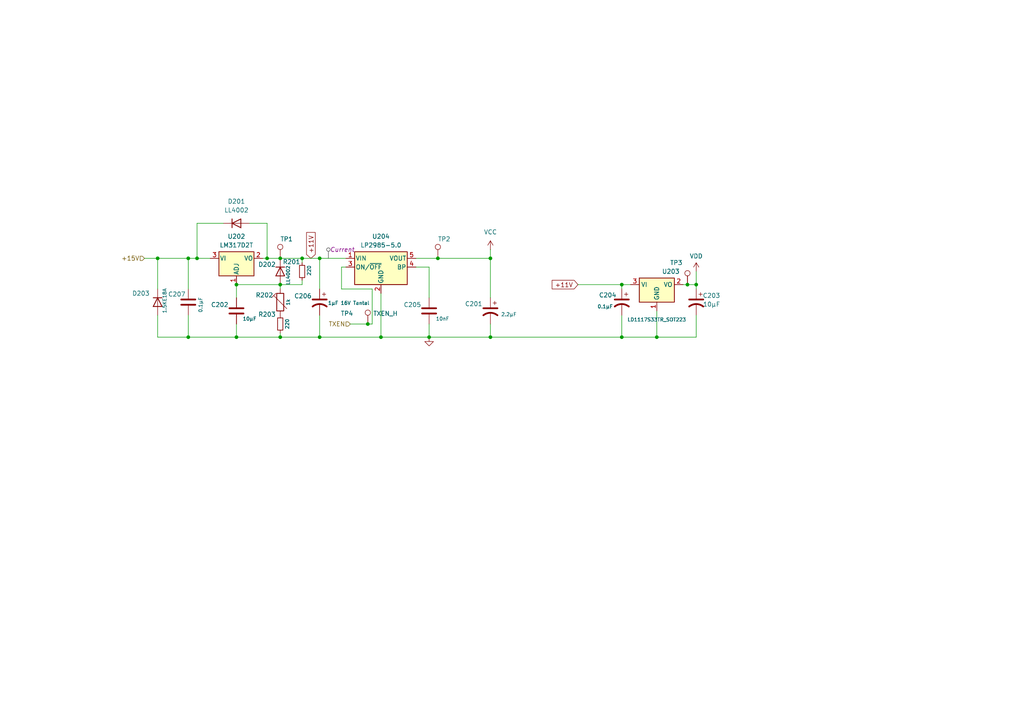
<source format=kicad_sch>
(kicad_sch (version 20231120) (generator "eeschema") (generator_version "8.0")
  (paper "A4")
  (lib_symbols
    (symbol "Connector:TestPoint" (pin_numbers hide) (pin_names (offset 0.762) hide)
      (property "Reference" "TP" (at 0 6.858 0))
      (property "Value" "TestPoint" (at 0 5.08 0))
      (symbol "TestPoint_0_1"
        (circle (center 0 3.302) (radius 0.762))
      )
      (symbol "TestPoint_1_1"
        (pin passive line (at 0 0 90) (length 2.54) (name "1") (number "1"))
      )
    )
    (symbol "Device:C" (pin_numbers hide) (pin_names (offset 0.254))
      (property "Reference" "C" (at 0.635 2.54 0))
      (property "Value" "C" (at 0.635 -2.54 0))
      (symbol "C_0_1"
        (polyline (pts (xy -2.032 -0.762) (xy 2.032 -0.762)) (stroke (width 0.508)))
        (polyline (pts (xy -2.032 0.762) (xy 2.032 0.762)) (stroke (width 0.508)))
      )
      (symbol "C_1_1"
        (pin passive line (at 0 3.81 270) (length 2.794) (name "~") (number "1"))
        (pin passive line (at 0 -3.81 90) (length 2.794) (name "~") (number "2"))
      )
    )
    (symbol "Device:CP1" (pin_numbers hide) (pin_names (offset 0.254) hide)
      (property "Reference" "C" (at 0.635 2.54 0))
      (property "Value" "CP1" (at 0.635 -2.54 0))
      (symbol "CP1_0_1"
        (polyline (pts (xy -2.032 0.762) (xy 2.032 0.762)) (stroke (width 0.508)))
        (polyline (pts (xy -1.778 2.286) (xy -0.762 2.286)))
        (polyline (pts (xy -1.27 1.778) (xy -1.27 2.794)))
        (arc (start 2.032 -1.27) (mid 0 -0.5572) (end -2.032 -1.27) (stroke (width 0.508)))
      )
      (symbol "CP1_1_1"
        (pin passive line (at 0 3.81 270) (length 2.794) (name "~") (number "1"))
        (pin passive line (at 0 -3.81 90) (length 3.302) (name "~") (number "2"))
      )
    )
    (symbol "Device:D" (pin_numbers hide) (pin_names (offset 1.016) hide)
      (property "Reference" "D" (at 0 2.54 0))
      (property "Value" "D" (at 0 -2.54 0))
      (symbol "D_0_1"
        (polyline (pts (xy -1.27 1.27) (xy -1.27 -1.27)) (stroke (width 0.254)))
        (polyline (pts (xy 1.27 0) (xy -1.27 0)))
        (polyline (pts (xy 1.27 1.27) (xy 1.27 -1.27) (xy -1.27 0) (xy 1.27 1.27)) (stroke (width 0.254)))
      )
      (symbol "D_1_1"
        (pin passive line (at -3.81 0 0) (length 2.54) (name "K") (number "1"))
        (pin passive line (at 3.81 0 180) (length 2.54) (name "A") (number "2"))
      )
    )
    (symbol "Device:R_Small" (pin_numbers hide) (pin_names (offset 0.254) hide)
      (property "Reference" "R" (at 0.762 0.508 0))
      (property "Value" "R_Small" (at 0.762 -1.016 0))
      (symbol "R_Small_0_1"
        (rectangle (start -0.762 1.778) (end 0.762 -1.778) (stroke (width 0.2032)))
      )
      (symbol "R_Small_1_1"
        (pin passive line (at 0 2.54 270) (length 0.762) (name "~") (number "1"))
        (pin passive line (at 0 -2.54 90) (length 0.762) (name "~") (number "2"))
      )
    )
    (symbol "Device:R_Trim" (pin_numbers hide) (pin_names (offset 0))
      (property "Reference" "R" (at 2.54 -2.54 90))
      (property "Value" "R_Trim" (at -2.54 -0.635 90))
      (symbol "R_Trim_0_1"
        (rectangle (start -1.016 -2.54) (end 1.016 2.54) (stroke (width 0.254)))
        (polyline (pts (xy -1.905 -1.905) (xy 1.905 1.905) (xy 2.54 1.27) (xy 1.27 2.54)))
      )
      (symbol "R_Trim_1_1"
        (pin passive line (at 0 3.81 270) (length 1.27) (name "~") (number "1"))
        (pin passive line (at 0 -3.81 90) (length 1.27) (name "~") (number "2"))
      )
    )
    (symbol "Diode:1N4001" (pin_numbers hide) (pin_names hide)
      (property "Reference" "D" (at 0 2.54 0))
      (property "Value" "1N4001" (at 0 -2.54 0))
      (symbol "1N4001_0_1"
        (polyline (pts (xy -1.27 1.27) (xy -1.27 -1.27)) (stroke (width 0.254)))
        (polyline (pts (xy 1.27 0) (xy -1.27 0)))
        (polyline (pts (xy 1.27 1.27) (xy 1.27 -1.27) (xy -1.27 0) (xy 1.27 1.27)) (stroke (width 0.254)))
      )
      (symbol "1N4001_1_1"
        (pin passive line (at -3.81 0 0) (length 2.54) (name "K") (number "1"))
        (pin passive line (at 3.81 0 180) (length 2.54) (name "A") (number "2"))
      )
    )
    (symbol "Regulator_Linear:LD1117S33TR_SOT223"
      (property "Reference" "U" (at -3.81 3.175 0))
      (property "Value" "LD1117S33TR_SOT223" (at 0 3.175 0))
      (symbol "LD1117S33TR_SOT223_0_1"
        (rectangle (start -5.08 -5.08) (end 5.08 1.905) (stroke (width 0.254)) (fill (type background)))
      )
      (symbol "LD1117S33TR_SOT223_1_1"
        (pin power_in line (at 0 -7.62 90) (length 2.54) (name "GND") (number "1"))
        (pin power_out line (at 7.62 0 180) (length 2.54) (name "VO") (number "2"))
        (pin power_in line (at -7.62 0 0) (length 2.54) (name "VI") (number "3"))
      )
    )
    (symbol "Regulator_Linear:LM317L_SOT-89" (pin_names (offset 0.254))
      (property "Reference" "U" (at -3.81 3.175 0))
      (property "Value" "LM317L_SOT-89" (at 0 3.175 0))
      (symbol "LM317L_SOT-89_0_1"
        (rectangle (start -5.08 1.905) (end 5.08 -5.08) (stroke (width 0.254)) (fill (type background)))
      )
      (symbol "LM317L_SOT-89_1_1"
        (pin input line (at 0 -7.62 90) (length 2.54) (name "ADJ") (number "1"))
        (pin power_out line (at 7.62 0 180) (length 2.54) (name "VO") (number "2"))
        (pin power_in line (at -7.62 0 0) (length 2.54) (name "VI") (number "3"))
      )
    )
    (symbol "Regulator_Linear:LP2985-5.0" (pin_names (offset 0.254))
      (property "Reference" "U" (at -6.35 5.715 0))
      (property "Value" "LP2985-5.0" (at 0 5.715 0))
      (symbol "LP2985-5.0_0_1"
        (rectangle (start -7.62 -5.08) (end 7.62 4.445) (stroke (width 0.254)) (fill (type background)))
      )
      (symbol "LP2985-5.0_1_1"
        (pin power_in line (at -10.16 2.54 0) (length 2.54) (name "VIN") (number "1"))
        (pin power_in line (at 0 -7.62 90) (length 2.54) (name "GND") (number "2"))
        (pin input line (at -10.16 0 0) (length 2.54) (name "ON/~{OFF}") (number "3"))
        (pin input line (at 10.16 0 180) (length 2.54) (name "BP") (number "4"))
        (pin power_out line (at 10.16 2.54 180) (length 2.54) (name "VOUT") (number "5"))
      )
    )
    (symbol "power:GND" (power) (pin_numbers hide) (pin_names (offset 0) hide)
      (property "Value" "GND" (at 0 -3.81 0))
      (symbol "GND_0_1"
        (polyline (pts (xy 0 0) (xy 0 -1.27) (xy 1.27 -1.27) (xy 0 -2.54) (xy -1.27 -1.27) (xy 0 -1.27)))
      )
      (symbol "GND_1_1"
        (pin power_in line (at 0 0 270) (length 0) (name "~") (number "1"))
      )
    )
    (symbol "power:VCC" (power) (pin_numbers hide) (pin_names (offset 0) hide)
      (property "Value" "VCC" (at 0 3.556 0))
      (symbol "VCC_0_1"
        (polyline (pts (xy -0.762 1.27) (xy 0 2.54)))
        (polyline (pts (xy 0 0) (xy 0 2.54)))
        (polyline (pts (xy 0 2.54) (xy 0.762 1.27)))
      )
      (symbol "VCC_1_1"
        (pin power_in line (at 0 0 90) (length 0) (name "~") (number "1"))
      )
    )
    (symbol "power:VDD" (power) (pin_names (offset 0))
      (property "Value" "VDD" (at 0 3.81 0))
      (symbol "VDD_0_1"
        (polyline (pts (xy -0.762 1.27) (xy 0 2.54)))
        (polyline (pts (xy 0 0) (xy 0 2.54)))
        (polyline (pts (xy 0 2.54) (xy 0.762 1.27)))
      )
      (symbol "VDD_1_1"
        (pin power_in line (at 0 0 90) (length 0) hide (name "VDD") (number "1"))
      )
    )
  )
  (junction (at 87.63 74.93))
  (junction (at 81.28 97.79))
  (junction (at 77.47 74.93))
  (junction (at 199.39 82.55))
  (junction (at 127 74.93))
  (junction (at 110.49 97.79))
  (junction (at 45.72 74.93))
  (junction (at 106.68 93.98))
  (junction (at 92.71 74.93))
  (junction (at 68.58 97.79))
  (junction (at 190.5 97.79))
  (junction (at 180.34 82.55))
  (junction (at 57.15 74.93))
  (junction (at 81.28 82.55))
  (junction (at 81.28 74.93))
  (junction (at 180.34 97.79))
  (junction (at 92.71 97.79))
  (junction (at 201.93 82.55))
  (junction (at 142.24 74.93))
  (junction (at 54.61 97.79))
  (junction (at 68.58 82.55))
  (junction (at 124.46 97.79))
  (junction (at 142.24 97.79))
  (junction (at 54.61 74.93))
  (wire (pts (xy 68.58 82.55) (xy 81.28 82.55)))
  (wire (pts (xy 81.28 96.52) (xy 81.28 97.79)))
  (wire (pts (xy 201.93 97.79) (xy 201.93 91.44)))
  (wire (pts (xy 54.61 97.79) (xy 68.58 97.79)))
  (wire (pts (xy 57.15 64.77) (xy 57.15 74.93)))
  (wire (pts (xy 92.71 97.79) (xy 92.71 91.44)))
  (wire (pts (xy 124.46 97.79) (xy 142.24 97.79)))
  (wire (pts (xy 180.34 82.55) (xy 180.34 83.82)))
  (wire (pts (xy 81.28 97.79) (xy 92.71 97.79)))
  (wire (pts (xy 182.88 82.55) (xy 180.34 82.55)))
  (wire (pts (xy 110.49 85.09) (xy 110.49 97.79)))
  (wire (pts (xy 199.39 82.55) (xy 201.93 82.55)))
  (wire (pts (xy 124.46 77.47) (xy 124.46 86.36)))
  (wire (pts (xy 106.68 93.98) (xy 107.95 93.98)))
  (wire (pts (xy 87.63 76.2) (xy 87.63 74.93)))
  (wire (pts (xy 41.91 74.93) (xy 45.72 74.93)))
  (wire (pts (xy 142.24 97.79) (xy 180.34 97.79)))
  (wire (pts (xy 99.06 77.47) (xy 100.33 77.47)))
  (wire (pts (xy 107.95 93.98) (xy 107.95 83.82)))
  (wire (pts (xy 92.71 74.93) (xy 87.63 74.93)))
  (wire (pts (xy 68.58 86.36) (xy 68.58 82.55)))
  (wire (pts (xy 190.5 90.17) (xy 190.5 97.79)))
  (wire (pts (xy 167.64 82.55) (xy 180.34 82.55)))
  (wire (pts (xy 68.58 97.79) (xy 81.28 97.79)))
  (wire (pts (xy 45.72 74.93) (xy 45.72 83.82)))
  (wire (pts (xy 110.49 97.79) (xy 124.46 97.79)))
  (wire (pts (xy 54.61 97.79) (xy 54.61 91.44)))
  (wire (pts (xy 180.34 97.79) (xy 190.5 97.79)))
  (wire (pts (xy 81.28 74.93) (xy 87.63 74.93)))
  (wire (pts (xy 45.72 74.93) (xy 54.61 74.93)))
  (wire (pts (xy 120.65 74.93) (xy 127 74.93)))
  (wire (pts (xy 92.71 74.93) (xy 100.33 74.93)))
  (wire (pts (xy 201.93 97.79) (xy 190.5 97.79)))
  (wire (pts (xy 120.65 77.47) (xy 124.46 77.47)))
  (wire (pts (xy 142.24 74.93) (xy 142.24 86.36)))
  (wire (pts (xy 124.46 93.98) (xy 124.46 97.79)))
  (wire (pts (xy 81.28 74.93) (xy 77.47 74.93)))
  (wire (pts (xy 54.61 74.93) (xy 54.61 83.82)))
  (wire (pts (xy 45.72 97.79) (xy 45.72 91.44)))
  (wire (pts (xy 64.77 64.77) (xy 57.15 64.77)))
  (wire (pts (xy 99.06 83.82) (xy 99.06 77.47)))
  (wire (pts (xy 77.47 64.77) (xy 77.47 74.93)))
  (wire (pts (xy 198.12 82.55) (xy 199.39 82.55)))
  (wire (pts (xy 77.47 74.93) (xy 76.2 74.93)))
  (wire (pts (xy 87.63 82.55) (xy 81.28 82.55)))
  (wire (pts (xy 92.71 74.93) (xy 92.71 83.82)))
  (wire (pts (xy 68.58 93.98) (xy 68.58 97.79)))
  (wire (pts (xy 107.95 83.82) (xy 99.06 83.82)))
  (wire (pts (xy 142.24 72.39) (xy 142.24 74.93)))
  (wire (pts (xy 54.61 74.93) (xy 57.15 74.93)))
  (wire (pts (xy 180.34 97.79) (xy 180.34 91.44)))
  (wire (pts (xy 201.93 78.74) (xy 201.93 82.55)))
  (wire (pts (xy 142.24 93.98) (xy 142.24 97.79)))
  (wire (pts (xy 72.39 64.77) (xy 77.47 64.77)))
  (wire (pts (xy 81.28 83.82) (xy 81.28 82.55)))
  (wire (pts (xy 87.63 81.28) (xy 87.63 82.55)))
  (wire (pts (xy 54.61 97.79) (xy 45.72 97.79)))
  (wire (pts (xy 60.96 74.93) (xy 57.15 74.93)))
  (wire (pts (xy 201.93 82.55) (xy 201.93 83.82)))
  (wire (pts (xy 101.6 93.98) (xy 106.68 93.98)))
  (wire (pts (xy 92.71 97.79) (xy 110.49 97.79)))
  (wire (pts (xy 127 74.93) (xy 142.24 74.93)))
  (global_label "+11V" (shape input) (at 167.64 82.55 180) (property "Intersheetrefs" "${INTERSHEET_REFS}" (effects (hide yes))))
  (global_label "+11V" (shape input) (at 90.17 74.93 90) (property "Intersheetrefs" "${INTERSHEET_REFS}" (effects (hide yes))))
  (hierarchical_label "TXEN" (shape input) (at 101.6 93.98 180))
  (hierarchical_label "+15V" (shape input) (at 41.91 74.93 180))
  (netclass_flag "" (length 2.54) (shape round) (at 95.25 74.93 0) (property "Netclass" "Current" (at 102.87 72.39 0) (effects (font (italic yes)) (justify right))))
  (symbol (lib_id "Regulator_Linear:LD1117S33TR_SOT223") (at 190.5 82.55 0) (unit 1)
    (property "Reference" "U203" (at 194.564 78.74 0))
    (property "Value" "LD1117S33TR_SOT223" (at 190.5 92.71 0) (effects (font (size 1.016 1.016))))
    (property "Footprint" "Package_TO_SOT_SMD:SOT-223-3_TabPin2" (effects (hide yes)))
    (property "Datasheet" "http://www.st.com/st-web-ui/static/active/en/resource/technical/document/datasheet/CD00000544.pdf" (effects (hide yes)))
  )
  (symbol (lib_id "Connector:TestPoint") (at 106.68 93.98 0) (unit 1)
    (property "Reference" "TP4" (at 98.806 90.932 0) (effects (justify left)))
    (property "Value" "TXEN_H" (at 108.204 90.932 0) (effects (justify left)))
    (property "Footprint" "TestPoint:TestPoint_Pad_2.0x2.0mm" (effects (hide yes)))
    (property "Description" "test point" (effects (hide yes)))
  )
  (symbol (lib_id "Diode:1N4001") (at 68.58 64.77 0) (mirror x) (unit 1)
    (property "Reference" "D201" (at 68.58 58.42 0))
    (property "Value" "LL4002" (at 68.58 60.96 0))
    (property "Footprint" "Diode_SMD:D_SMA" (effects (hide yes)))
    (property "Description" "100V 1A General Purpose Rectifier Diode" (effects (hide yes)))
    (property "Sim.Device" "D" (effects (hide yes)))
    (property "Sim.Pins" "1=K 2=A" (effects (hide yes)))
  )
  (symbol (lib_id "Device:R_Small") (at 87.63 78.74 0) (mirror y) (unit 1)
    (property "Reference" "R201" (at 87.122 75.946 0) (effects (justify left)))
    (property "Value" "220" (at 89.662 80.01 90) (effects (font (size 1.016 1.016)) (justify left)))
    (property "Footprint" "Resistor_SMD:R_1206_3216Metric" (effects (hide yes)))
  )
  (symbol (lib_id "Device:C") (at 124.46 90.17 0) (mirror x) (unit 1)
    (property "Reference" "C205" (at 122.174 88.392 0) (effects (justify right)))
    (property "Value" "10nF" (at 130.302 92.456 0) (effects (font (size 1.016 1.016)) (justify right)))
    (property "Footprint" "Capacitor_SMD:C_0603_1608Metric" (effects (hide yes)))
  )
  (symbol (lib_id "power:VDD") (at 201.93 78.74 0) (mirror y) (unit 1)
    (property "Reference" "#PWR0202" (effects (hide yes)))
    (property "Value" "VDD" (at 201.93 74.295 0))
  )
  (symbol (lib_id "power:GND") (at 124.46 97.79 0) (unit 1)
    (property "Reference" "#PWR0203" (effects (hide yes)))
    (property "Value" "GND" (effects (hide yes)))
    (property "Description" "Power symbol creates a global label with name \"GND\" , ground" (effects (hide yes)))
  )
  (symbol (lib_id "Regulator_Linear:LP2985-5.0") (at 110.49 77.47 0) (unit 1)
    (property "Reference" "U204" (at 110.49 68.58 0))
    (property "Value" "LP2985-5.0" (at 110.49 71.12 0))
    (property "Footprint" "Package_TO_SOT_SMD:SOT-23-5" (effects (hide yes)))
    (property "Datasheet" "http://www.ti.com/lit/ds/symlink/lp2985.pdf" (effects (hide yes)))
    (property "Description" "150mA 16V Low-noise Low-dropout Regulator With Shutdown, 5.0V output voltage, SOT-23-5" (effects (hide yes)))
  )
  (symbol (lib_id "Diode:1N4001") (at 81.28 78.74 90) (mirror x) (unit 1)
    (property "Reference" "D202" (at 80.01 76.708 90) (effects (justify left)))
    (property "Value" "LL4002" (at 83.566 76.962 0) (effects (font (size 1.016 1.016)) (justify left)))
    (property "Footprint" "Diode_THT:D_DO-41_SOD81_P10.16mm_Horizontal" (effects (hide yes)))
    (property "Datasheet" "http://www.vishay.com/docs/88503/1n4001.pdf" (effects (hide yes)))
    (property "Description" "50V 1A General Purpose Rectifier Diode, DO-41" (effects (hide yes)))
    (property "Sim.Device" "D" (effects (hide yes)))
    (property "Sim.Pins" "1=K 2=A" (effects (hide yes)))
  )
  (symbol (lib_id "Device:R_Small") (at 81.28 93.98 0) (mirror y) (unit 1)
    (property "Reference" "R203" (at 80.01 91.186 0) (effects (justify left)))
    (property "Value" "220" (at 83.312 95.504 90) (effects (font (size 1.016 1.016)) (justify left)))
    (property "Footprint" "Resistor_SMD:R_1206_3216Metric" (effects (hide yes)))
  )
  (symbol (lib_id "Device:C") (at 68.58 90.17 0) (mirror x) (unit 1)
    (property "Reference" "C202" (at 66.294 88.392 0) (effects (justify right)))
    (property "Value" "10μF" (at 74.422 92.456 0) (effects (font (size 1.016 1.016)) (justify right)))
    (property "Footprint" "Capacitor_SMD:C_0603_1608Metric" (effects (hide yes)))
  )
  (symbol (lib_id "Device:CP1") (at 180.34 87.63 0) (mirror y) (unit 1)
    (property "Reference" "C204" (at 178.816 85.598 0) (effects (justify left)))
    (property "Value" "0.1μF" (at 177.8 88.9 0) (effects (font (size 1.016 1.016)) (justify left)))
    (property "Footprint" "Capacitor_SMD:C_0805_2012Metric" (effects (hide yes)))
  )
  (symbol (lib_id "power:VCC") (at 142.24 72.39 0) (unit 1)
    (property "Reference" "#PWR0201" (effects (hide yes)))
    (property "Value" "VCC" (at 142.24 67.31 0))
    (property "Description" "Power symbol creates a global label with name \"VCC\"" (effects (hide yes)))
  )
  (symbol (lib_id "Device:CP1") (at 142.24 90.17 0) (mirror y) (unit 1)
    (property "Reference" "C201" (at 139.954 88.138 0) (effects (justify left)))
    (property "Value" "2.2μF" (at 149.86 91.186 0) (effects (font (size 1.016 1.016)) (justify left)))
    (property "Footprint" "Capacitor_Tantalum_SMD:CP_EIA-7260-38_AVX-R_Pad2.68x6.30mm_HandSolder" (effects (hide yes)))
  )
  (symbol (lib_id "Device:R_Trim") (at 81.28 87.63 0) (mirror y) (unit 1)
    (property "Reference" "R202" (at 79.248 85.598 0) (effects (justify left)))
    (property "Value" "1k" (at 83.566 88.646 90) (effects (font (size 1.016 1.016)) (justify left)))
    (property "Footprint" "Potentiometer_THT:Potentiometer_Bourns_3386F_Vertical" (effects (hide yes)))
    (property "Description" "Trimmable resistor (preset resistor)" (effects (hide yes)))
  )
  (symbol (lib_id "Connector:TestPoint") (at 127 74.93 0) (unit 1)
    (property "Reference" "TP2" (at 127 69.342 0) (effects (justify left)))
    (property "Value" "VCC" (effects (hide yes)))
    (property "Footprint" "TestPoint:TestPoint_Pad_2.0x2.0mm" (effects (hide yes)))
    (property "Description" "test point" (effects (hide yes)))
  )
  (symbol (lib_id "Device:CP1") (at 201.93 87.63 0) (mirror y) (unit 1)
    (property "Reference" "C203" (at 208.915 85.725 0) (effects (justify left)))
    (property "Value" "10μF" (at 208.915 88.265 0) (effects (justify left)))
    (property "Footprint" "Capacitor_Tantalum_SMD:CP_EIA-7260-38_AVX-R_Pad2.68x6.30mm_HandSolder" (effects (hide yes)))
  )
  (symbol (lib_id "Device:D") (at 45.72 87.63 90) (mirror x) (unit 1)
    (property "Reference" "D203" (at 43.434 85.09 90) (effects (justify left)))
    (property "Value" "1.5KE18A" (at 47.752 83.566 0) (effects (font (size 1.016 1.016)) (justify left)))
    (property "Footprint" "Diode_THT:D_DO-201AE_P15.24mm_Horizontal" (effects (hide yes)))
  )
  (symbol (lib_id "Device:C") (at 54.61 87.63 0) (mirror x) (unit 1)
    (property "Reference" "C207" (at 53.848 85.344 0) (effects (justify right)))
    (property "Value" "0.1μF" (at 58.166 90.678 90) (effects (font (size 1.016 1.016)) (justify right)))
    (property "Footprint" "Capacitor_SMD:C_0805_2012Metric" (effects (hide yes)))
  )
  (symbol (lib_id "Device:CP1") (at 92.71 87.63 0) (mirror y) (unit 1)
    (property "Reference" "C206" (at 90.424 85.852 0) (effects (justify left)))
    (property "Value" "1μF 16V Tantal" (at 107.188 87.884 0) (effects (font (size 1.016 1.016)) (justify left)))
    (property "Footprint" "Capacitor_Tantalum_SMD:CP_EIA-3216-18_Kemet-A" (effects (hide yes)))
  )
  (symbol (lib_id "Regulator_Linear:LM317L_SOT-89") (at 68.58 74.93 0) (unit 1)
    (property "Reference" "U202" (at 68.58 68.58 0))
    (property "Value" "LM317D2T" (at 68.58 71.12 0))
    (property "Footprint" "Package_TO_SOT_SMD:TO-263-2" (effects (hide yes)))
    (property "Datasheet" "http://www.ti.com/lit/ds/symlink/lm317l.pdf" (effects (hide yes)))
    (property "Description" "100mA 35V Adjustable Linear Regulator, SOT-89" (effects (hide yes)))
  )
  (symbol (lib_id "Connector:TestPoint") (at 81.28 74.93 0) (unit 1)
    (property "Reference" "TP1" (at 81.28 69.342 0) (effects (justify left)))
    (property "Value" "+11V" (effects (hide yes)))
    (property "Footprint" "TestPoint:TestPoint_Pad_2.0x2.0mm" (effects (hide yes)))
    (property "Description" "test point" (effects (hide yes)))
  )
  (symbol (lib_id "Connector:TestPoint") (at 199.39 82.55 0) (unit 1)
    (property "Reference" "TP3" (at 194.31 76.2 0) (effects (justify left)))
    (property "Value" "VDD" (effects (hide yes)))
    (property "Footprint" "TestPoint:TestPoint_Pad_2.0x2.0mm" (effects (hide yes)))
    (property "Description" "test point" (effects (hide yes)))
  )
)
</source>
